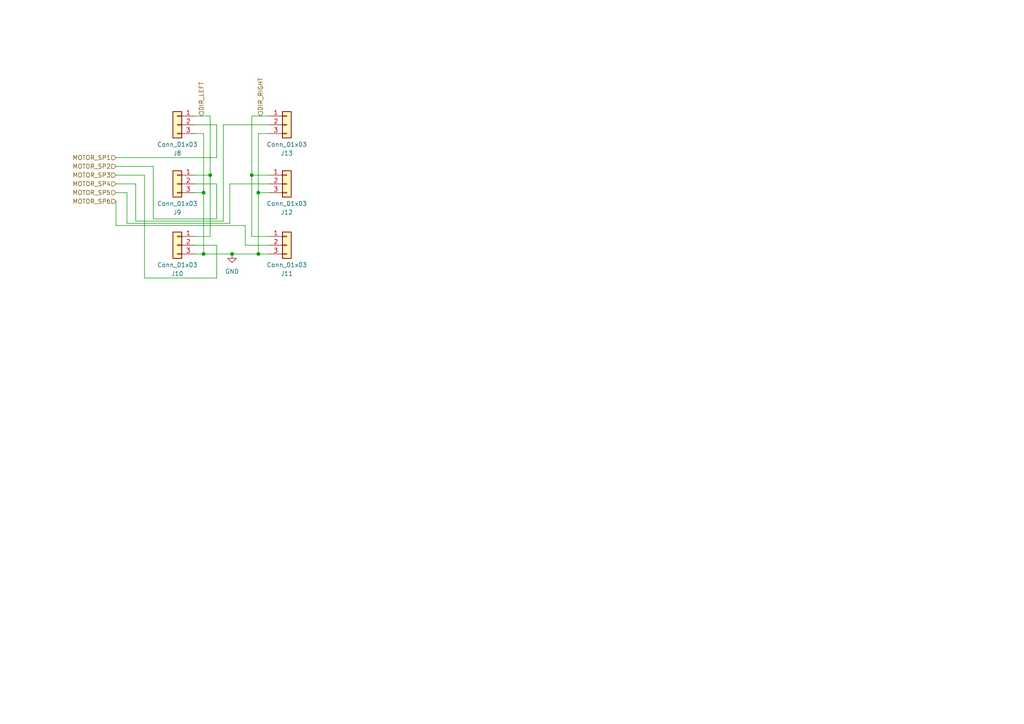
<source format=kicad_sch>
(kicad_sch (version 20230121) (generator eeschema)
  (paper "A4")
  (lib_symbols
    (symbol "Connector_Generic:Conn_01x03" (pin_names (offset 1.016) hide)
      (property "Reference" "J" (at 0 5.08 0))
      (property "Value" "Conn_01x03" (at 0 -5.08 0))
      (symbol "Conn_01x03_1_1"
        (rectangle (start -1.27 -2.413) (end 0 -2.667) (stroke (width 0.1524)))
        (rectangle (start -1.27 0.127) (end 0 -0.127) (stroke (width 0.1524)))
        (rectangle (start -1.27 2.667) (end 0 2.413) (stroke (width 0.1524)))
        (rectangle (start -1.27 3.81) (end 1.27 -3.81) (stroke (width 0.254)) (fill (type background)))
        (pin passive line (at -5.08 2.54 0) (length 3.81) (name "Pin_1") (number "1"))
        (pin passive line (at -5.08 0 0) (length 3.81) (name "Pin_2") (number "2"))
        (pin passive line (at -5.08 -2.54 0) (length 3.81) (name "Pin_3") (number "3"))
      )
    )
    (symbol "power:GND" (power) (pin_names (offset 0))
      (property "Value" "GND" (at 0 -3.81 0))
      (symbol "GND_0_1"
        (polyline (pts (xy 0 0) (xy 0 -1.27) (xy 1.27 -1.27) (xy 0 -2.54) (xy -1.27 -1.27) (xy 0 -1.27)))
      )
      (symbol "GND_1_1"
        (pin power_in line (at 0 0 270) (length 0) hide (name "GND") (number "1"))
      )
    )
  )
  (junction (at 60.96 50.8))
  (junction (at 67.31 73.66))
  (junction (at 59.055 55.88))
  (junction (at 74.93 55.88))
  (junction (at 73.025 50.8))
  (junction (at 59.055 73.66))
  (junction (at 74.93 73.66))
  (wire (pts (xy 62.865 71.12) (xy 62.865 80.645)))
  (wire (pts (xy 74.93 73.66) (xy 78.105 73.66)))
  (wire (pts (xy 78.105 36.195) (xy 64.77 36.195)))
  (wire (pts (xy 62.865 80.645) (xy 41.91 80.645)))
  (wire (pts (xy 73.025 50.8) (xy 73.025 33.655)))
  (wire (pts (xy 71.12 65.405) (xy 33.655 65.405)))
  (wire (pts (xy 56.515 55.88) (xy 59.055 55.88)))
  (wire (pts (xy 59.055 73.66) (xy 67.31 73.66)))
  (wire (pts (xy 60.96 50.8) (xy 60.96 68.58)))
  (wire (pts (xy 78.105 38.735) (xy 74.93 38.735)))
  (wire (pts (xy 73.025 50.8) (xy 73.025 68.58)))
  (wire (pts (xy 56.515 50.8) (xy 60.96 50.8)))
  (wire (pts (xy 66.675 53.34) (xy 66.675 64.77)))
  (wire (pts (xy 62.865 63.5) (xy 44.45 63.5)))
  (wire (pts (xy 44.45 63.5) (xy 44.45 48.26)))
  (wire (pts (xy 56.515 36.195) (xy 62.865 36.195)))
  (wire (pts (xy 56.515 53.34) (xy 62.865 53.34)))
  (wire (pts (xy 74.93 55.88) (xy 74.93 73.66)))
  (wire (pts (xy 73.025 50.8) (xy 78.105 50.8)))
  (wire (pts (xy 60.96 33.655) (xy 60.96 50.8)))
  (wire (pts (xy 66.675 64.77) (xy 36.83 64.77)))
  (wire (pts (xy 33.655 48.26) (xy 44.45 48.26)))
  (wire (pts (xy 33.655 58.42) (xy 33.655 65.405)))
  (wire (pts (xy 67.31 73.66) (xy 74.93 73.66)))
  (wire (pts (xy 78.105 53.34) (xy 66.675 53.34)))
  (wire (pts (xy 71.12 71.12) (xy 71.12 65.405)))
  (wire (pts (xy 36.83 64.77) (xy 36.83 55.88)))
  (wire (pts (xy 73.025 68.58) (xy 78.105 68.58)))
  (wire (pts (xy 62.865 36.195) (xy 62.865 45.72)))
  (wire (pts (xy 41.91 80.645) (xy 41.91 50.8)))
  (wire (pts (xy 33.655 45.72) (xy 62.865 45.72)))
  (wire (pts (xy 56.515 71.12) (xy 62.865 71.12)))
  (wire (pts (xy 73.025 33.655) (xy 78.105 33.655)))
  (wire (pts (xy 33.655 50.8) (xy 41.91 50.8)))
  (wire (pts (xy 39.37 64.135) (xy 39.37 53.34)))
  (wire (pts (xy 60.96 68.58) (xy 56.515 68.58)))
  (wire (pts (xy 59.055 55.88) (xy 59.055 73.66)))
  (wire (pts (xy 56.515 38.735) (xy 59.055 38.735)))
  (wire (pts (xy 64.77 36.195) (xy 64.77 64.135)))
  (wire (pts (xy 33.655 53.34) (xy 39.37 53.34)))
  (wire (pts (xy 33.655 55.88) (xy 36.83 55.88)))
  (wire (pts (xy 62.865 53.34) (xy 62.865 63.5)))
  (wire (pts (xy 64.77 64.135) (xy 39.37 64.135)))
  (wire (pts (xy 74.93 38.735) (xy 74.93 55.88)))
  (wire (pts (xy 56.515 73.66) (xy 59.055 73.66)))
  (wire (pts (xy 56.515 33.655) (xy 60.96 33.655)))
  (wire (pts (xy 78.105 71.12) (xy 71.12 71.12)))
  (wire (pts (xy 59.055 38.735) (xy 59.055 55.88)))
  (wire (pts (xy 74.93 55.88) (xy 78.105 55.88)))
  (hierarchical_label "MOTOR_SP3" (shape input) (at 33.655 50.8 180))
  (hierarchical_label "MOTOR_SP2" (shape input) (at 33.655 48.26 180))
  (hierarchical_label "MOTOR_SP1" (shape input) (at 33.655 45.72 180))
  (hierarchical_label "MOTOR_SP6" (shape input) (at 33.655 58.42 180))
  (hierarchical_label "DIR_LEFT" (shape input) (at 58.42 33.655 90))
  (hierarchical_label "MOTOR_SP5" (shape input) (at 33.655 55.88 180))
  (hierarchical_label "DIR_RIGHT" (shape input) (at 75.565 33.655 90))
  (hierarchical_label "MOTOR_SP4" (shape input) (at 33.655 53.34 180))
  (symbol (lib_id "Connector_Generic:Conn_01x03") (at 51.435 53.34 0) (mirror y) (unit 1)
    (property "Reference" "J9" (at 51.435 61.595 0))
    (property "Value" "Conn_01x03" (at 51.435 59.055 0))
    (property "Footprint" "Connector_Molex:Molex_PicoBlade_53398-0371_1x03-1MP_P1.25mm_Vertical" (effects hide))
  )
  (symbol (lib_id "Connector_Generic:Conn_01x03") (at 83.185 53.34 0) (unit 1)
    (property "Reference" "J12" (at 83.185 61.595 0))
    (property "Value" "Conn_01x03" (at 83.185 59.055 0))
    (property "Footprint" "Connector_Molex:Molex_PicoBlade_53398-0371_1x03-1MP_P1.25mm_Vertical" (effects hide))
  )
  (symbol (lib_id "Connector_Generic:Conn_01x03") (at 51.435 36.195 0) (mirror y) (unit 1)
    (property "Reference" "J8" (at 51.435 44.45 0))
    (property "Value" "Conn_01x03" (at 51.435 41.91 0))
    (property "Footprint" "Connector_Molex:Molex_PicoBlade_53398-0371_1x03-1MP_P1.25mm_Vertical" (effects hide))
  )
  (symbol (lib_id "power:GND") (at 67.31 73.66 0) (unit 1)
    (property "Reference" "#PWR057" (effects hide))
    (property "Value" "GND" (at 67.31 78.74 0))
  )
  (symbol (lib_id "Connector_Generic:Conn_01x03") (at 83.185 71.12 0) (unit 1)
    (property "Reference" "J11" (at 83.185 79.375 0))
    (property "Value" "Conn_01x03" (at 83.185 76.835 0))
    (property "Footprint" "Connector_Molex:Molex_PicoBlade_53398-0371_1x03-1MP_P1.25mm_Vertical" (effects hide))
  )
  (symbol (lib_id "Connector_Generic:Conn_01x03") (at 51.435 71.12 0) (mirror y) (unit 1)
    (property "Reference" "J10" (at 51.435 79.375 0))
    (property "Value" "Conn_01x03" (at 51.435 76.835 0))
    (property "Footprint" "Connector_Molex:Molex_PicoBlade_53398-0371_1x03-1MP_P1.25mm_Vertical" (effects hide))
  )
  (symbol (lib_id "Connector_Generic:Conn_01x03") (at 83.185 36.195 0) (unit 1)
    (property "Reference" "J13" (at 83.185 44.45 0))
    (property "Value" "Conn_01x03" (at 83.185 41.91 0))
    (property "Footprint" "Connector_Molex:Molex_PicoBlade_53398-0371_1x03-1MP_P1.25mm_Vertical" (effects hide))
  )
)
</source>
